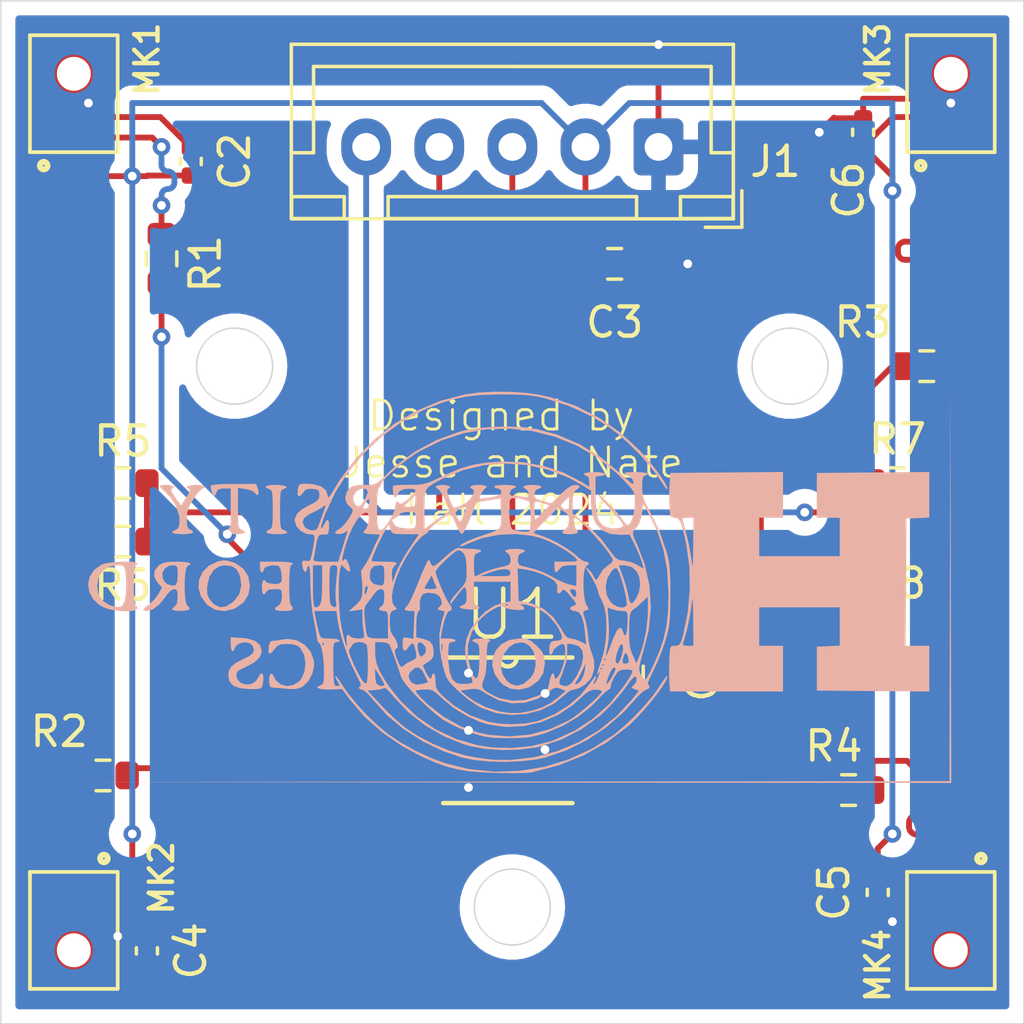
<source format=kicad_pcb>
(kicad_pcb (version 20240108) (generator "pcbnew") (generator_version "8.0")
  (layers (0 "F.Cu" signal) (31 "B.Cu" signal) (34 "B.Paste" user) (35 "F.Paste" user) (36 "B.SilkS" user "B.Silkscreen") (37 "F.SilkS" user "F.Silkscreen") (38 "B.Mask" user) (39 "F.Mask" user) (44 "Edge.Cuts" user))
  (net 0 "")
  (net 1 "Net-(J1-Pin_2)")
  (net 2 "Net-(J1-Pin_1)")
  (net 3 "Net-(J1-Pin_3)")
  (net 4 "Net-(J1-Pin_4)")
  (net 5 "Net-(J1-Pin_5)")
  (net 6 "Net-(MK1-CLK)")
  (net 7 "Net-(MK1-DATA)")
  (net 8 "Net-(MK2-DATA)")
  (net 9 "Net-(MK2-CLK)")
  (net 10 "Net-(MK3-CLK)")
  (net 11 "Net-(MK3-DATA)")
  (net 12 "Net-(MK4-DATA)")
  (net 13 "Net-(MK4-CLK)")
  (net 14 "Net-(U1-O0)")
  (net 15 "Net-(U1-O1)")
  (net 16 "Net-(U1-O2)")
  (net 17 "Net-(U1-O3)")
  (footprint "Resistor_SMD:R_0603_1608Metric" (layer "F.Cu") (at 178.175 64 180)
    (property "Reference" "R7")
    (property "Value" "100 ohms" (hide yes))
  )
  (footprint "Resistor_SMD:R_0603_1608Metric" (layer "F.Cu") (at 151.675 64)
    (property "Reference" "R5")
    (property "Value" "100 ohms" (hide yes))
  )
  (footprint "Connector_JST:JST_XH_B5B-XH-A_1x05_P2.50mm_Vertical" (layer "F.Cu") (at 170 52.5 180)
    (property "Reference" "J1")
    (property "Value" "Conn_01x05_Pin" (hide yes))
  )
  (footprint "Resistor_SMD:R_0603_1608Metric" (layer "F.Cu") (at 179.175 60)
    (property "Reference" "R3")
    (property "Value" "33 ohms" (hide yes))
  )
  (footprint "Resistor_SMD:R_0603_1608Metric" (layer "F.Cu") (at 178.175 66 180)
    (property "Reference" "R8")
    (property "Value" "100 ohms" (hide yes))
  )
  (footprint "Resistor_SMD:R_0603_1608Metric" (layer "F.Cu") (at 153 56.325 90)
    (property "Reference" "R1")
    (property "Value" "33 ohms" (hide yes))
  )
  (footprint "Capacitor_SMD:C_0402_1005Metric" (layer "F.Cu") (at 154 53 90)
    (property "Reference" "C2")
    (property "Value" "100nF" (hide yes))
  )
  (footprint "Resistor_SMD:R_0603_1608Metric" (layer "F.Cu") (at 168.5 56.5)
    (property "Reference" "C3")
    (property "Value" "1uF" (hide yes))
  )
  (footprint "IM69D120V01XTSA1:XDCR_IM69D120V01XTSA1" (layer "F.Cu") (at 180 79.3 -90)
    (property "Reference" "MK4")
    (property "Value" "IM69D120V01XTSA1" (hide yes))
  )
  (footprint "Capacitor_SMD:C_0402_1005Metric" (layer "F.Cu") (at 177 52 90)
    (property "Reference" "C6")
    (property "Value" "100nF" (hide yes))
  )
  (footprint "IM69D120V01XTSA1:XDCR_IM69D120V01XTSA1" (layer "F.Cu") (at 150 79.3 -90)
    (property "Reference" "MK2")
    (property "Value" "IM69D120V01XTSA1" (hide yes))
  )
  (footprint "IM69D120V01XTSA1:XDCR_IM69D120V01XTSA1" (layer "F.Cu") (at 180 50.68 90)
    (property "Reference" "MK3")
    (property "Value" "IM69D120V01XTSA1" (hide yes))
  )
  (footprint "Capacitor_SMD:C_0402_1005Metric" (layer "F.Cu") (at 177.5 78 -90)
    (property "Reference" "C5")
    (property "Value" "100nF" (hide yes))
  )
  (footprint "74LCX125MTCX:SOP65P640X120-14N" (layer "F.Cu") (at 164.8448 72.4558)
    (property "Reference" "U1")
    (property "Value" "74LCX125MTCX" (hide yes))
  )
  (footprint "Resistor_SMD:R_0603_1608Metric" (layer "F.Cu") (at 151.675 66)
    (property "Reference" "R6")
    (property "Value" "100 ohms" (hide yes))
  )
  (footprint "Resistor_SMD:R_0603_1608Metric" (layer "F.Cu") (at 151 74 180)
    (property "Reference" "R2")
    (property "Value" "33 ohms" (hide yes))
  )
  (footprint "Resistor_SMD:R_0603_1608Metric" (layer "F.Cu") (at 170 70.5 90)
    (property "Reference" "C1")
    (property "Value" "1uF" (hide yes))
  )
  (footprint "Capacitor_SMD:C_0402_1005Metric" (layer "F.Cu") (at 152.5 80 -90)
    (property "Reference" "C4")
    (property "Value" "100nF" (hide yes))
  )
  (footprint "Resistor_SMD:R_0603_1608Metric" (layer "F.Cu") (at 176.5 74.5)
    (property "Reference" "R4")
    (property "Value" "33 ohms" (hide yes))
  )
  (footprint "IM69D120V01XTSA1:XDCR_IM69D120V01XTSA1" (layer "F.Cu") (at 150 50.68 90)
    (property "Reference" "MK1")
    (property "Value" "IM69D120V01XTSA1" (hide yes))
  )
  (footprint "kicad libs:uhartacslogo3" (layer "B.Cu") (at 165 67.5 180)
    (property "Reference" "G***" (hide yes))
    (property "Value" "LOGO" (hide yes))
  )
  (gr_circle (center 165 78.5) (end 166.3 78.5) (stroke (width 0.05)) (fill none) (layer "Edge.Cuts"))
  (gr_line (start 182.5 82.5) (end 147.5 82.5) (stroke (width 0.05)) (layer "Edge.Cuts"))
  (gr_circle (center 174.5 60) (end 175.8 60) (stroke (width 0.05)) (fill none) (layer "Edge.Cuts"))
  (gr_line (start 150 47.5) (end 182.5 47.5) (stroke (width 0.05)) (layer "Edge.Cuts"))
  (gr_line (start 182.5 47.5) (end 182.5 82.5) (stroke (width 0.05)) (layer "Edge.Cuts"))
  (gr_line (start 147.5 82.5) (end 147.5 47.5) (stroke (width 0.05)) (layer "Edge.Cuts"))
  (gr_line (start 148 47.5) (end 150 47.5) (stroke (width 0.05)) (layer "Edge.Cuts"))
  (gr_circle (center 155.5 60) (end 156.8 60) (stroke (width 0.05)) (fill none) (layer "Edge.Cuts"))
  (gr_line (start 147.5 47.5) (end 148 47.5) (stroke (width 0.05)) (layer "Edge.Cuts"))
  (gr_text "Designed by \nJesse and Nate\nFall 2024" (at 165 65.5 0) (layer "F.SilkS") (effects (font (size 1 1) (thickness 0.1)) (justify bottom)))
  (segment (start 149.725 51.48) (end 150.017843 51.772843) (width 0.2) (layer "F.Cu") (net 1))
  (segment (start 152.5 53.5) (end 152.52 53.48) (width 0.2) (layer "F.Cu") (net 1))
  (segment (start 179.15 51.48) (end 178.02 51.48) (width 0.2) (layer "F.Cu") (net 1))
  (segment (start 177.5 76.5) (end 178 76) (width 0.2) (layer "F.Cu") (net 1))
  (segment (start 178 54) (end 178 53.5) (width 0.2) (layer "F.Cu") (net 1))
  (segment (start 178.02 51.48) (end 177 52.5) (width 0.2) (layer "F.Cu") (net 1))
  (segment (start 150.017843 52.482157) (end 151.035686 53.5) (width 0.2) (layer "F.Cu") (net 1))
  (segment (start 150.017843 51.772843) (end 150.017843 52.482157) (width 0.2) (layer "F.Cu") (net 1))
  (segment (start 149.15 51.48) (end 149.725 51.48) (width 0.2) (layer "F.Cu") (net 1))
  (segment (start 177.5 77.35) (end 177.5 76.5) (width 0.2) (layer "F.Cu") (net 1))
  (segment (start 179.15 78.5) (end 178.65 78.5) (width 0.2) (layer "F.Cu") (net 1))
  (segment (start 167.5 70.3104) (end 167.6896 70.5) (width 0.2) (layer "F.Cu") (net 1))
  (segment (start 170 69.675) (end 167.825 69.675) (width 0.2) (layer "F.Cu") (net 1))
  (segment (start 151.425 78.5) (end 150.85 78.5) (width 0.2) (layer "F.Cu") (net 1))
  (segment (start 167.675 56.5) (end 167.675 56.175) (width 0.2) (layer "F.Cu") (net 1))
  (segment (start 178 53.5) (end 177 52.5) (width 0.2) (layer "F.Cu") (net 1))
  (segment (start 151.035686 53.5) (end 152 53.5) (width 0.2) (layer "F.Cu") (net 1))
  (segment (start 167.5 56) (end 167.5 70) (width 0.2) (layer "F.Cu") (net 1))
  (segment (start 178.65 78.5) (end 177.5 77.35) (width 0.2) (layer "F.Cu") (net 1))
  (segment (start 150.85 78.5) (end 149.15 78.5) (width 0.2) (layer "F.Cu") (net 1))
  (segment (start 167.825 69.675) (end 167.5 70) (width 0.2) (layer "F.Cu") (net 1))
  (segment (start 150.85 78.5) (end 151.48 78.5) (width 0.2) (layer "F.Cu") (net 1))
  (segment (start 167.5 52.5) (end 167.5 56) (width 0.2) (layer "F.Cu") (net 1))
  (segment (start 152 53.5) (end 152.5 53.5) (width 0.2) (layer "F.Cu") (net 1))
  (segment (start 152.52 53.48) (end 154 53.48) (width 0.2) (layer "F.Cu") (net 1))
  (segment (start 167.5 70) (end 167.5 70.3104) (width 0.2) (layer "F.Cu") (net 1))
  (segment (start 167.675 56.175) (end 167.5 56) (width 0.2) (layer "F.Cu") (net 1))
  (segment (start 179.15 78.5) (end 180.85 78.5) (width 0.2) (layer "F.Cu") (net 1))
  (segment (start 152 77.925) (end 151.425 78.5) (width 0.2) (layer "F.Cu") (net 1))
  (segment (start 151.48 78.5) (end 152.5 79.52) (width 0.2) (layer "F.Cu") (net 1))
  (segment (start 152 76) (end 152 77.925) (width 0.2) (layer "F.Cu") (net 1))
  (via (at 178 54) (size 0.6) (drill 0.3) (layers "F.Cu" "B.Cu") (net 1))
  (via (at 152 53.5) (size 0.6) (drill 0.3) (layers "F.Cu" "B.Cu") (net 1))
  (via (at 152 76) (size 0.6) (drill 0.3) (layers "F.Cu" "B.Cu") (net 1))
  (via (at 178 76) (size 0.6) (drill 0.3) (layers "F.Cu" "B.Cu") (net 1))
  (segment (start 166 51) (end 152 51) (width 0.2) (layer "B.Cu") (net 1))
  (segment (start 169 51) (end 178 51) (width 0.2) (layer "B.Cu") (net 1))
  (segment (start 178 54) (end 178 76) (width 0.2) (layer "B.Cu") (net 1))
  (segment (start 167.5 52.5) (end 166 51) (width 0.2) (layer "B.Cu") (net 1))
  (segment (start 178 51) (end 178 54) (width 0.2) (layer "B.Cu") (net 1))
  (segment (start 152 51) (end 152 76) (width 0.2) (layer "B.Cu") (net 1))
  (segment (start 167.5 52.5) (end 169 51) (width 0.2) (layer "B.Cu") (net 1))
  (segment (start 178.02 79) (end 178 79) (width 0.2) (layer "F.Cu") (net 2))
  (segment (start 150.37 51) (end 150.5 51) (width 0.2) (layer "F.Cu") (net 2))
  (segment (start 176 51.5) (end 176.02 51.52) (width 0.2) (layer "F.Cu") (net 2))
  (segment (start 166.1162 73.1162) (end 167.6896 73.1162) (width 0.2) (layer "F.Cu") (net 2))
  (segment (start 151.5 79.48) (end 151.22 79.2) (width 0.2) (layer "F.Cu") (net 2))
  (segment (start 176.02 51.52) (end 177 51.52) (width 0.2) (layer "F.Cu") (net 2))
  (segment (start 175.5 52) (end 176 51.5) (width 0.2) (layer "F.Cu") (net 2))
  (segment (start 178 79) (end 178 78.98) (width 0.2) (layer "F.Cu") (net 2))
  (segment (start 163.5 72.4558) (end 162 72.4558) (width 0.2) (layer "F.Cu") (net 2))
  (segment (start 168.6008 71.1604) (end 168.7654 71.325) (width 0.2) (layer "F.Cu") (net 2))
  (segment (start 150.5 51.13) (end 150.85 51.48) (width 0.2) (layer "F.Cu") (net 2))
  (segment (start 178.22 79.2) (end 178.02 79) (width 0.2) (layer "F.Cu") (net 2))
  (segment (start 168.6008 71.1604) (end 167.6896 71.1604) (width 0.2) (layer "F.Cu") (net 2))
  (segment (start 177 50.853333) (end 179.853333 50.853333) (width 0.2) (layer "F.Cu") (net 2))
  (segment (start 151.22 79.2) (end 150 79.2) (width 0.2) (layer "F.Cu") (net 2))
  (segment (start 152.96 51.48) (end 150.85 51.48) (width 0.2) (layer "F.Cu") (net 2))
  (segment (start 152.5 80.48) (end 151.52 79.5) (width 0.2) (layer "F.Cu") (net 2))
  (segment (start 177 51.54) (end 177 50.853333) (width 0.2) (layer "F.Cu") (net 2))
  (segment (start 150 50.78) (end 150.15 50.78) (width 0.2) (layer "F.Cu") (net 2))
  (segment (start 180 79.2) (end 178.22 79.2) (width 0.2) (layer "F.Cu") (net 2))
  (segment (start 170 52.5) (end 170 49) (width 0.2) (layer "F.Cu") (net 2))
  (segment (start 150.5 51) (end 150.5 51.13) (width 0.2) (layer "F.Cu") (net 2))
  (segment (start 166.1222 71.1954) (end 166.2444 71.3176) (width 0.2) (layer "F.Cu") (net 2))
  (segment (start 180 50.78) (end 180.15 50.78) (width 0.2) (layer "F.Cu") (net 2))
  (segment (start 167.6896 71.3104) (end 167.6896 71.1604) (width 0.2) (layer "F.Cu") (net 2))
  (segment (start 163.5 74.4116) (end 162 74.4116) (width 0.2) (layer "F.Cu") (net 2))
  (segment (start 178 78.98) (end 177.5 78.48) (width 0.2) (layer "F.Cu") (net 2))
  (segment (start 167.6824 71.3176) (end 167.6896 71.3104) (width 0.2) (layer "F.Cu") (net 2))
  (segment (start 166.2444 71.3176) (end 167.6824 71.3176) (width 0.2) (layer "F.Cu") (net 2))
  (segment (start 179.853333 50.853333) (end 180 51) (width 0.2) (layer "F.Cu") (net 2))
  (segment (start 150.15 50.78) (end 150.37 51) (width 0.2) (layer "F.Cu") (net 2))
  (segment (start 180 51) (end 180 50.78) (width 0.2) (layer "F.Cu") (net 2))
  (segment (start 151.52 79.5) (end 151.5 79.5) (width 0.2) (layer "F.Cu") (net 2))
  (segment (start 151.5 79.5) (end 151.5 79.48) (width 0.2) (layer "F.Cu") (net 2))
  (segment (start 154 52.52) (end 152.96 51.48) (width 0.2) (layer "F.Cu") (net 2))
  (segment (start 180.15 50.78) (end 180.85 51.48) (width 0.2) (layer "F.Cu") (net 2))
  (segment (start 169.325 56.5) (end 171 56.5) (width 0.2) (layer "F.Cu") (net 2))
  (segment (start 163.5 70.5) (end 162 70.5) (width 0.2) (layer "F.Cu") (net 2))
  (segment (start 168.7654 71.325) (end 170 71.325) (width 0.2) (layer "F.Cu") (net 2))
  (via (at 151.5 79.5) (size 0.6) (drill 0.3) (layers "F.Cu" "B.Cu") (net 2))
  (via (at 163.5 74.4116) (size 0.6) (drill 0.3) (layers "F.Cu" "B.Cu") (net 2))
  (via (at 180 51) (size 0.6) (drill 0.3) (layers "F.Cu" "B.Cu") (net 2))
  (via (at 163.5 70.5) (size 0.6) (drill 0.3) (layers "F.Cu" "B.Cu") (net 2))
  (via (at 163.5 72.4558) (size 0.6) (drill 0.3) (layers "F.Cu" "B.Cu") (net 2))
  (via (at 166.1222 71.1954) (size 0.6) (drill 0.3) (layers "F.Cu" "B.Cu") (net 2))
  (via (at 170 49) (size 0.6) (drill 0.3) (layers "F.Cu" "B.Cu") (net 2))
  (via (at 178 79) (size 0.6) (drill 0.3) (layers "F.Cu" "B.Cu") (net 2))
  (via (at 175.5 52) (size 0.6) (drill 0.3) (layers "F.Cu" "B.Cu") (net 2))
  (via (at 150.5 51) (size 0.6) (drill 0.3) (layers "F.Cu" "B.Cu") (net 2))
  (via (at 171 56.5) (size 0.6) (drill 0.3) (layers "F.Cu" "B.Cu") (net 2))
  (via (at 166.1162 73.1162) (size 0.6) (drill 0.3) (layers "F.Cu" "B.Cu") (net 2))
  (segment (start 162 71.1604) (end 165 71.1604) (width 0.2) (layer "F.Cu") (net 3))
  (segment (start 165 73.5) (end 165.2512 73.7512) (width 0.2) (layer "F.Cu") (net 3))
  (segment (start 162 73.1162) (end 164.6162 73.1162) (width 0.2) (layer "F.Cu") (net 3))
  (segment (start 165.2954 71.7954) (end 165 71.5) (width 0.2) (layer "F.Cu") (net 3))
  (segment (start 164.6162 73.1162) (end 165 73.5) (width 0.2) (layer "F.Cu") (net 3))
  (segment (start 165 52.5) (end 165 71) (width 0.2) (layer "F.Cu") (net 3))
  (segment (start 165.2512 73.7512) (end 167.6896 73.7512) (width 0.2) (layer "F.Cu") (net 3))
  (segment (start 165 72) (end 165 73.5) (width 0.2) (layer "F.Cu") (net 3))
  (segment (start 167.6896 71.7954) (end 165.2954 71.7954) (width 0.2) (layer "F.Cu") (net 3))
  (segment (start 165 71) (end 165 72) (width 0.2) (layer "F.Cu") (net 3))
  (segment (start 162.86 58.121385) (end 162.5 58.121385) (width 0.2) (layer "F.Cu") (net 4))
  (segment (start 163.1 60.881385) (end 163.1 60.761385) (width 0.2) (layer "F.Cu") (net 4))
  (segment (start 152.5 65) (end 152.5 64) (width 0.2) (layer "F.Cu") (net 4))
  (segment (start 162.5 58.121385) (end 162.26 58.121385) (width 0.2) (layer "F.Cu") (net 4))
  (segment (start 162.26 62.921385) (end 162.14 62.921385) (width 0.2) (layer "F.Cu") (net 4))
  (segment (start 162.14 61.121385) (end 162.5 61.121385) (width 0.2) (layer "F.Cu") (net 4))
  (segment (start 162.5 61.121385) (end 162.86 61.121385) (width 0.2) (layer "F.Cu") (net 4))
  (segment (start 162.5 60.521385) (end 162.14 60.521385) (width 0.2) (layer "F.Cu") (net 4))
  (segment (start 161.9 61.481385) (end 161.9 61.361385) (width 0.2) (layer "F.Cu") (net 4))
  (segment (start 162.14 62.321385) (end 162.26 62.321385) (width 0.2) (layer "F.Cu") (net 4))
  (segment (start 162.26 62.321385) (end 162.5 62.321385) (width 0.2) (layer "F.Cu") (net 4))
  (segment (start 162.5 57.281385) (end 162.5 57.161385) (width 0.2) (layer "F.Cu") (net 4))
  (segment (start 152.5 65) (end 162.5 65) (width 0.2) (layer "F.Cu") (net 4))
  (segment (start 162.5 65) (end 162.5 63.161385) (width 0.2) (layer "F.Cu") (net 4))
  (segment (start 162.5 57.161385) (end 162.5 56.822771) (width 0.2) (layer "F.Cu") (net 4))
  (segment (start 162.5 61.721385) (end 162.14 61.721385) (width 0.2) (layer "F.Cu") (net 4))
  (segment (start 162.14 57.521385) (end 162.26 57.521385) (width 0.2) (layer "F.Cu") (net 4))
  (segment (start 152.5 66) (end 152.5 65) (width 0.2) (layer "F.Cu") (net 4))
  (segment (start 162.86 59.321385) (end 162.5 59.321385) (width 0.2) (layer "F.Cu") (net 4))
  (segment (start 161.9 59.081385) (end 161.9 58.961385) (width 0.2) (layer "F.Cu") (net 4))
  (segment (start 161.9 62.681385) (end 161.9 62.561385) (width 0.2) (layer "F.Cu") (net 4))
  (segment (start 163.1 59.681385) (end 163.1 59.561385) (width 0.2) (layer "F.Cu") (net 4))
  (segment (start 161.9 57.881385) (end 161.9 57.761385) (width 0.2) (layer "F.Cu") (net 4))
  (segment (start 162.5 59.321385) (end 162.14 59.321385) (width 0.2) (layer "F.Cu") (net 4))
  (segment (start 162.26 58.121385) (end 162.14 58.121385) (width 0.2) (layer "F.Cu") (net 4))
  (segment (start 162.14 58.721385) (end 162.5 58.721385) (width 0.2) (layer "F.Cu") (net 4))
  (segment (start 163.1 62.081385) (end 163.1 61.961385) (width 0.2) (layer "F.Cu") (net 4))
  (segment (start 162.86 61.721385) (end 162.5 61.721385) (width 0.2) (layer "F.Cu") (net 4))
  (segment (start 162.5 58.721385) (end 162.86 58.721385) (width 0.2) (layer "F.Cu") (net 4))
  (segment (start 162.5 62.321385) (end 162.86 62.321385) (width 0.2) (layer "F.Cu") (net 4))
  (segment (start 161.9 60.281385) (end 161.9 60.161385) (width 0.2) (layer "F.Cu") (net 4))
  (segment (start 162.5 56.822771) (end 162.5 52.5) (width 0.2) (layer "F.Cu") (net 4))
  (segment (start 163.1 58.481385) (end 163.1 58.361385) (width 0.2) (layer "F.Cu") (net 4))
  (segment (start 162.86 60.521385) (end 162.5 60.521385) (width 0.2) (layer "F.Cu") (net 4))
  (segment (start 162.14 59.921385) (end 162.5 59.921385) (width 0.2) (layer "F.Cu") (net 4))
  (segment (start 162.5 59.921385) (end 162.86 59.921385) (width 0.2) (layer "F.Cu") (net 4))
  (arc (start 163.1 60.761385) (mid 163.029706 60.591679) (end 162.86 60.521385) (width 0.2) (layer "F.Cu") (net 4))
  (arc (start 162.86 62.321385) (mid 163.029706 62.251091) (end 163.1 62.081385) (width 0.2) (layer "F.Cu") (net 4))
  (arc (start 161.9 60.161385) (mid 161.970294 59.991679) (end 162.14 59.921385) (width 0.2) (layer "F.Cu") (net 4))
  (arc (start 162.86 58.721385) (mid 163.029706 58.651091) (end 163.1 58.481385) (width 0.2) (layer "F.Cu") (net 4))
  (arc (start 162.14 61.721385) (mid 161.970294 61.651091) (end 161.9 61.481385) (width 0.2) (layer "F.Cu") (net 4))
  (arc (start 163.1 61.961385) (mid 163.029706 61.791679) (end 162.86 61.721385) (width 0.2) (layer "F.Cu") (net 4))
  (arc (start 163.1 58.361385) (mid 163.029706 58.191679) (end 162.86 58.121385) (width 0.2) (layer "F.Cu") (net 4))
  (arc (start 162.26 57.521385) (mid 162.429706 57.451091) (end 162.5 57.281385) (width 0.2) (layer "F.Cu") (net 4))
  (arc (start 162.14 58.121385) (mid 161.970294 58.051091) (end 161.9 57.881385) (width 0.2) (layer "F.Cu") (net 4))
  (arc (start 161.9 58.961385) (mid 161.970294 58.791679) (end 162.14 58.721385) (width 0.2) (layer "F.Cu") (net 4))
  (arc (start 162.14 60.521385) (mid 161.970294 60.451091) (end 161.9 60.281385) (width 0.2) (layer "F.Cu") (net 4))
  (arc (start 161.9 61.361385) (mid 161.970294 61.191679) (end 162.14 61.121385) (width 0.2) (layer "F.Cu") (net 4))
  (arc (start 161.9 62.561385) (mid 161.970294 62.391679) (end 162.14 62.321385) (width 0.2) (layer "F.Cu") (net 4))
  (arc (start 162.5 63.161385) (mid 162.429706 62.991679) (end 162.26 62.921385) (width 0.2) (layer "F.Cu") (net 4))
  (arc (start 162.86 61.121385) (mid 163.029706 61.051091) (end 163.1 60.881385) (width 0.2) (layer "F.Cu") (net 4))
  (arc (start 162.86 59.921385) (mid 163.029706 59.851091) (end 163.1 59.681385) (width 0.2) (layer "F.Cu") (net 4))
  (arc (start 162.14 62.921385) (mid 161.970294 62.851091) (end 161.9 62.681385) (width 0.2) (layer "F.Cu") (net 4))
  (arc (start 163.1 59.561385) (mid 163.029706 59.391679) (end 162.86 59.321385) (width 0.2) (layer "F.Cu") (net 4))
  (arc (start 161.9 57.761385) (mid 161.970294 57.591679) (end 162.14 57.521385) (width 0.2) (layer "F.Cu") (net 4))
  (arc (start 162.14 59.321385) (mid 161.970294 59.251091) (end 161.9 59.081385) (width 0.2) (layer "F.Cu") (net 4))
  (segment (start 177.35 65) (end 177.35 66) (width 0.2) (layer "F.Cu") (net 5))
  (segment (start 177.35 65) (end 175 65) (width 0.2) (layer "F.Cu") (net 5))
  (segment (start 177.35 64) (end 177.35 65) (width 0.2) (layer "F.Cu") (net 5))
  (via (at 175 65) (size 0.6) (drill 0.3) (layers "F.Cu" "B.Cu") (net 5))
  (segment (start 160.5 65) (end 160 64.5) (width 0.2) (layer "B.Cu") (net 5))
  (segment (start 160 64.5) (end 160 52.5) (width 0.2) (layer "B.Cu") (net 5))
  (segment (start 175 65) (end 160.5 65) (width 0.2) (layer "B.Cu") (net 5))
  (segment (start 152.68 52.18) (end 153 52.5) (width 0.2) (layer "F.Cu") (net 6))
  (segment (start 153 54.5) (end 153 55.5) (width 0.2) (layer "F.Cu") (net 6))
  (segment (start 150.85 52.18) (end 152.68 52.18) (width 0.2) (layer "F.Cu") (net 6))
  (via (at 153 52.5) (size 0.6) (drill 0.3) (layers "F.Cu" "B.Cu") (net 6))
  (via (at 153 54.5) (size 0.6) (drill 0.3) (layers "F.Cu" "B.Cu") (net 6))
  (segment (start 153.44 53.559435) (end 153.44 53.719435) (width 0.2) (layer "B.Cu") (net 6))
  (segment (start 153 52.5) (end 153 53.119435) (width 0.2) (layer "B.Cu") (net 6))
  (segment (start 153 54.319435) (end 153 54.5) (width 0.2) (layer "B.Cu") (net 6))
  (segment (start 153 54.159435) (end 153 54.319435) (width 0.2) (layer "B.Cu") (net 6))
  (arc (start 153.22 53.939435) (mid 153.064437 54.003872) (end 153 54.159435) (width 0.2) (layer "B.Cu") (net 6))
  (arc (start 153 53.119435) (mid 153.064437 53.274998) (end 153.22 53.339435) (width 0.2) (layer "B.Cu") (net 6))
  (arc (start 153.22 53.339435) (mid 153.375563 53.403872) (end 153.44 53.559435) (width 0.2) (layer "B.Cu") (net 6))
  (arc (start 153.44 53.719435) (mid 153.375563 53.874998) (end 153.22 53.939435) (width 0.2) (layer "B.Cu") (net 6))
  (segment (start 149.15 63.65) (end 149.15 52.18) (width 0.2) (layer "F.Cu") (net 7))
  (segment (start 149.5 64) (end 149.15 63.65) (width 0.2) (layer "F.Cu") (net 7))
  (segment (start 150.85 64) (end 149.5 64) (width 0.2) (layer "F.Cu") (net 7))
  (segment (start 150.85 68.216111) (end 150.85 66) (width 0.2) (layer "F.Cu") (net 8))
  (segment (start 150.09 69.07993) (end 150.61 69.07993) (width 0.2) (layer "F.Cu") (net 8))
  (segment (start 149.85 69.43993) (end 149.85 69.31993) (width 0.2) (layer "F.Cu") (net 8))
  (segment (start 150.85 77.8) (end 150.85 69.91993) (width 0.2) (layer "F.Cu") (net 8))
  (segment (start 150.85 68.71993) (end 150.85 68.216111) (width 0.2) (layer "F.Cu") (net 8))
  (segment (start 150.85 68.83993) (end 150.85 68.71993) (width 0.2) (layer "F.Cu") (net 8))
  (segment (start 150.61 69.67993) (end 150.09 69.67993) (width 0.2) (layer "F.Cu") (net 8))
  (arc (start 150.61 69.07993) (mid 150.779706 69.009636) (end 150.85 68.83993) (width 0.2) (layer "F.Cu") (net 8))
  (arc (start 149.85 69.31993) (mid 149.920294 69.150224) (end 150.09 69.07993) (width 0.2) (layer "F.Cu") (net 8))
  (arc (start 150.09 69.67993) (mid 149.920294 69.609636) (end 149.85 69.43993) (width 0.2) (layer "F.Cu") (net 8))
  (arc (start 150.85 69.91993) (mid 150.779706 69.750224) (end 150.61 69.67993) (width 0.2) (layer "F.Cu") (net 8))
  (segment (start 150.01 76.68) (end 150.01 76.8) (width 0.2) (layer "F.Cu") (net 9))
  (segment (start 149.77 77.04) (end 149.39 77.04) (width 0.2) (layer "F.Cu") (net 9))
  (segment (start 149.15 77.28) (end 149.15 77.4) (width 0.2) (layer "F.Cu") (net 9))
  (segment (start 149.39 75.84) (end 149.15 75.84) (width 0.2) (layer "F.Cu") (net 9))
  (segment (start 149.61027 74) (end 149.15 74.46027) (width 0.2) (layer "F.Cu") (net 9))
  (segment (start 148.53 76.44) (end 149.15 76.44) (width 0.2) (layer "F.Cu") (net 9))
  (segment (start 149.39 76.44) (end 149.77 76.44) (width 0.2) (layer "F.Cu") (net 9))
  (segment (start 149.15 74.46027) (end 149.15 75) (width 0.2) (layer "F.Cu") (net 9))
  (segment (start 149.15 75.84) (end 148.53 75.84) (width 0.2) (layer "F.Cu") (net 9))
  (segment (start 149.15 76.44) (end 149.39 76.44) (width 0.2) (layer "F.Cu") (net 9))
  (segment (start 150.175 74) (end 149.61027 74) (width 0.2) (layer "F.Cu") (net 9))
  (segment (start 148.29 76.08) (end 148.29 76.2) (width 0.2) (layer "F.Cu") (net 9))
  (segment (start 149.15 77.4) (end 149.15 77.8) (width 0.2) (layer "F.Cu") (net 9))
  (segment (start 149.39 75.24) (end 149.77 75.24) (width 0.2) (layer "F.Cu") (net 9))
  (segment (start 149.77 75.84) (end 149.39 75.84) (width 0.2) (layer "F.Cu") (net 9))
  (segment (start 150.01 75.48) (end 150.01 75.6) (width 0.2) (layer "F.Cu") (net 9))
  (arc (start 149.77 75.24) (mid 149.939706 75.310294) (end 150.01 75.48) (width 0.2) (layer "F.Cu") (net 9))
  (arc (start 150.01 75.6) (mid 149.939706 75.769706) (end 149.77 75.84) (width 0.2) (layer "F.Cu") (net 9))
  (arc (start 149.77 76.44) (mid 149.939706 76.510294) (end 150.01 76.68) (width 0.2) (layer "F.Cu") (net 9))
  (arc (start 148.29 76.2) (mid 148.360294 76.369706) (end 148.53 76.44) (width 0.2) (layer "F.Cu") (net 9))
  (arc (start 149.15 75) (mid 149.220294 75.169706) (end 149.39 75.24) (width 0.2) (layer "F.Cu") (net 9))
  (arc (start 150.01 76.8) (mid 149.939706 76.969706) (end 149.77 77.04) (width 0.2) (layer "F.Cu") (net 9))
  (arc (start 149.39 77.04) (mid 149.220294 77.110294) (end 149.15 77.28) (width 0.2) (layer "F.Cu") (net 9))
  (arc (start 148.53 75.84) (mid 148.360294 75.910294) (end 148.29 76.08) (width 0.2) (layer "F.Cu") (net 9))
  (segment (start 181 60) (end 180 60) (width 0.2) (layer "F.Cu") (net 10))
  (segment (start 180.85 52.18) (end 181 52.33) (width 0.2) (layer "F.Cu") (net 10))
  (segment (start 181 52.33) (end 181 60) (width 0.2) (layer "F.Cu") (net 10))
  (segment (start 179.15 55.295277) (end 179.15 52.18) (width 0.2) (layer "F.Cu") (net 11))
  (segment (start 179.15 63.85) (end 179.15 56.609652) (width 0.2) (layer "F.Cu") (net 11))
  (segment (start 179.15 55.369652) (end 179.15 55.295277) (width 0.2) (layer "F.Cu") (net 11))
  (segment (start 178.902 56.361652) (end 178.438 56.361652) (width 0.2) (layer "F.Cu") (net 11))
  (segment (start 178.438 55.741652) (end 178.902 55.741652) (width 0.2) (layer "F.Cu") (net 11))
  (segment (start 179.15 55.493652) (end 179.15 55.369652) (width 0.2) (layer "F.Cu") (net 11))
  (segment (start 179 64) (end 179.15 63.85) (width 0.2) (layer "F.Cu") (net 11))
  (segment (start 178.19 56.113652) (end 178.19 55.989652) (width 0.2) (layer "F.Cu") (net 11))
  (arc (start 178.438 56.361652) (mid 178.262638 56.289014) (end 178.19 56.113652) (width 0.2) (layer "F.Cu") (net 11))
  (arc (start 178.902 55.741652) (mid 179.077362 55.669014) (end 179.15 55.493652) (width 0.2) (layer "F.Cu") (net 11))
  (arc (start 178.19 55.989652) (mid 178.262638 55.81429) (end 178.438 55.741652) (width 0.2) (layer "F.Cu") (net 11))
  (arc (start 179.15 56.609652) (mid 179.077362 56.43429) (end 178.902 56.361652) (width 0.2) (layer "F.Cu") (net 11))
  (segment (start 180.85 70.200555) (end 180.85 70.320555) (width 0.2) (layer "F.Cu") (net 12))
  (segment (start 181.44 69.600555) (end 181.44 69.720555) (width 0.2) (layer "F.Cu") (net 12))
  (segment (start 180.85 70.320555) (end 180.85 70.337569) (width 0.2) (layer "F.Cu") (net 12))
  (segment (start 181.09 69.360555) (end 181.2 69.360555) (width 0.2) (layer "F.Cu") (net 12))
  (segment (start 180.85 67.85) (end 180.85 69.120555) (width 0.2) (layer "F.Cu") (net 12))
  (segment (start 181.2 69.960555) (end 181.09 69.960555) (width 0.2) (layer "F.Cu") (net 12))
  (segment (start 180.85 70.337569) (end 180.85 77.8) (width 0.2) (layer "F.Cu") (net 12))
  (segment (start 179 66) (end 180.85 67.85) (width 0.2) (layer "F.Cu") (net 12))
  (arc (start 181.44 69.720555) (mid 181.369706 69.890261) (end 181.2 69.960555) (width 0.2) (layer "F.Cu") (net 12))
  (arc (start 180.85 69.120555) (mid 180.920294 69.290261) (end 181.09 69.360555) (width 0.2) (layer "F.Cu") (net 12))
  (arc (start 181.09 69.960555) (mid 180.920294 70.030849) (end 180.85 70.200555) (width 0.2) (layer "F.Cu") (net 12))
  (arc (start 181.2 69.360555) (mid 181.369706 69.430849) (end 181.44 69.600555) (width 0.2) (layer "F.Cu") (net 12))
  (segment (start 179.15 76.664796) (end 179.15 77.8) (width 0.2) (layer "F.Cu") (net 13))
  (segment (start 177.325 74.5) (end 177.325 73.5) (width 0.2) (layer "F.Cu") (net 13))
  (segment (start 178.57 75.620979) (end 178.57 75.754979) (width 0.2) (layer "F.Cu") (net 13))
  (segment (start 179.418 74.682979) (end 179.712 74.682979) (width 0.2) (layer "F.Cu") (net 13))
  (segment (start 177.325 74.5) (end 177.5 74.5) (width 0.2) (layer "F.Cu") (net 13))
  (segment (start 179.15 74.15) (end 179.15 74.414979) (width 0.2) (layer "F.Cu") (net 13))
  (segment (start 179.15 76.290979) (end 179.15 76.424979) (width 0.2) (layer "F.Cu") (net 13))
  (segment (start 178.838 76.022979) (end 178.882 76.022979) (width 0.2) (layer "F.Cu") (net 13))
  (segment (start 179.712 75.352979) (end 179.418 75.352979) (width 0.2) (layer "F.Cu") (net 13))
  (segment (start 179.418 75.352979) (end 178.838 75.352979) (width 0.2) (layer "F.Cu") (net 13))
  (segment (start 179.98 74.950979) (end 179.98 75.084979) (width 0.2) (layer "F.Cu") (net 13))
  (segment (start 177.325 73.5) (end 178.5 73.5) (width 0.2) (layer "F.Cu") (net 13))
  (segment (start 178.5 73.5) (end 179.15 74.15) (width 0.2) (layer "F.Cu") (net 13))
  (segment (start 179.15 76.424979) (end 179.15 76.664796) (width 0.2) (layer "F.Cu") (net 13))
  (arc (start 179.712 74.682979) (mid 179.901505 74.761474) (end 179.98 74.950979) (width 0.2) (layer "F.Cu") (net 13))
  (arc (start 179.98 75.084979) (mid 179.901505 75.274484) (end 179.712 75.352979) (width 0.2) (layer "F.Cu") (net 13))
  (arc (start 179.15 74.414979) (mid 179.228495 74.604484) (end 179.418 74.682979) (width 0.2) (layer "F.Cu") (net 13))
  (arc (start 178.882 76.022979) (mid 179.071505 76.101474) (end 179.15 76.290979) (width 0.2) (layer "F.Cu") (net 13))
  (arc (start 178.838 75.352979) (mid 178.648495 75.431474) (end 178.57 75.620979) (width 0.2) (layer "F.Cu") (net 13))
  (arc (start 178.57 75.754979) (mid 178.648495 75.944484) (end 178.838 76.022979) (width 0.2) (layer "F.Cu") (net 13))
  (segment (start 157.386882 68.024168) (end 157.542445 67.868604) (width 0.2) (layer "F.Cu") (net 14))
  (segment (start 157.287886 67.345345) (end 157.153535 67.479695) (width 0.2) (layer "F.Cu") (net 14))
  (segment (start 157.620229 68.568642) (end 157.485879 68.702993) (width 0.2) (layer "F.Cu") (net 14))
  (segment (start 156.651032 67.288318) (end 155.25 65.887286) (width 0.2) (layer "F.Cu") (net 14))
  (segment (start 153 59) (end 153 57.15) (width 0.2) (layer "F.Cu") (net 14))
  (segment (start 157.542445 67.868604) (end 157.676795 67.734254) (width 0.2) (layer "F.Cu") (net 14))
  (segment (start 157.231319 68.179732) (end 157.386882 68.024169) (width 0.2) (layer "F.Cu") (net 14))
  (segment (start 162 71.7954) (end 161.158114 71.7954) (width 0.2) (layer "F.Cu") (net 14))
  (segment (start 157.676795 67.423127) (end 157.599013 67.345345) (width 0.2) (layer "F.Cu") (net 14))
  (segment (start 156.764628 67.401914) (end 156.651032 67.288318) (width 0.2) (layer "F.Cu") (net 14))
  (segment (start 155.25 65.887286) (end 155.25 65.75) (width 0.2) (layer "F.Cu") (net 14))
  (segment (start 157.386882 68.024169) (end 157.386882 68.024168) (width 0.2) (layer "F.Cu") (net 14))
  (segment (start 157.09697 68.314084) (end 157.231319 68.179732) (width 0.2) (layer "F.Cu") (net 14))
  (segment (start 156.842408 67.479695) (end 156.764628 67.401914) (width 0.2) (layer "F.Cu") (net 14))
  (segment (start 161.158114 71.7954) (end 157.931357 68.568643) (width 0.2) (layer "F.Cu") (net 14))
  (segment (start 157.174751 68.702992) (end 157.096969 68.62521) (width 0.2) (layer "F.Cu") (net 14))
  (via (at 155.25 65.75) (size 0.6) (drill 0.3) (layers "F.Cu" "B.Cu") (net 14))
  (via (at 153 59) (size 0.6) (drill 0.3) (layers "F.Cu" "B.Cu") (net 14))
  (arc (start 157.931357 68.568643) (mid 157.775794 68.504206) (end 157.620229 68.568642) (width 0.2) (layer "F.Cu") (net 14))
  (arc (start 157.676795 67.734254) (mid 157.741232 67.57869) (end 157.676795 67.423127) (width 0.2) (layer "F.Cu") (net 14))
  (arc (start 157.096969 68.62521) (mid 157.032532 68.469647) (end 157.09697 68.314084) (width 0.2) (layer "F.Cu") (net 14))
  (arc (start 157.153535 67.479695) (mid 156.997971 67.544132) (end 156.842408 67.479695) (width 0.2) (layer "F.Cu") (net 14))
  (arc (start 157.599013 67.345345) (mid 157.44345 67.280908) (end 157.287886 67.345345) (width 0.2) (layer "F.Cu") (net 14))
  (arc (start 157.485879 68.702993) (mid 157.330314 68.767429) (end 157.174751 68.702992) (width 0.2) (layer "F.Cu") (net 14))
  (segment (start 155.25 65.75) (end 153 63.5) (width 0.2) (layer "B.Cu") (net 14))
  (segment (start 153 63.5) (end 153 59) (width 0.2) (layer "B.Cu") (net 14))
  (segment (start 156.34 73.7512) (end 156.34 74.6112) (width 0.2) (layer "F.Cu") (net 15))
  (segment (start 159.94 72.8912) (end 159.94 73.5112) (width 0.2) (layer "F.Cu") (net 15))
  (segment (start 155.74 73.5112) (end 155.74 72.8912) (width 0.2) (layer "F.Cu") (net 15))
  (segment (start 158.74 72.8912) (end 158.74 73.7512) (width 0.2) (layer "F.Cu") (net 15))
  (segment (start 156.34 73.5112) (end 156.34 73.7512) (width 0.2) (layer "F.Cu") (net 15))
  (segment (start 158.98 74.8512) (end 159.1 74.8512) (width 0.2) (layer "F.Cu") (net 15))
  (segment (start 157.78 74.8512) (end 157.9 74.8512) (width 0.2) (layer "F.Cu") (net 15))
  (segment (start 159.34 73.7512) (end 159.34 73.5112) (width 0.2) (layer "F.Cu") (net 15))
  (segment (start 157.18 72.6512) (end 157.3 72.6512) (width 0.2) (layer "F.Cu") (net 15))
  (segment (start 155.98 72.6512) (end 156.1 72.6512) (width 0.2) (layer "F.Cu") (net 15))
  (segment (start 156.94 73.7512) (end 156.94 72.8912) (width 0.2) (layer "F.Cu") (net 15))
  (segment (start 152.0738 73.7512) (end 155.5 73.7512) (width 0.2) (layer "F.Cu") (net 15))
  (segment (start 159.58 72.6512) (end 159.7 72.6512) (width 0.2) (layer "F.Cu") (net 15))
  (segment (start 160.3 73.7512) (end 161.13132 73.7512) (width 0.2) (layer "F.Cu") (net 15))
  (segment (start 158.14 74.6112) (end 158.14 73.7512) (width 0.2) (layer "F.Cu") (net 15))
  (segment (start 151.825 74) (end 152.0738 73.7512) (width 0.2) (layer "F.Cu") (net 15))
  (segment (start 157.54 72.8912) (end 157.54 73.7512) (width 0.2) (layer "F.Cu") (net 15))
  (segment (start 161.13132 73.7512) (end 162 73.7512) (width 0.2) (layer "F.Cu") (net 15))
  (segment (start 156.58 74.8512) (end 156.7 74.8512) (width 0.2) (layer "F.Cu") (net 15))
  (segment (start 158.38 72.6512) (end 158.5 72.6512) (width 0.2) (layer "F.Cu") (net 15))
  (segment (start 157.54 73.7512) (end 157.54 74.6112) (width 0.2) (layer "F.Cu") (net 15))
  (segment (start 158.74 73.7512) (end 158.74 74.6112) (width 0.2) (layer "F.Cu") (net 15))
  (segment (start 156.94 74.6112) (end 156.94 73.7512) (width 0.2) (layer "F.Cu") (net 15))
  (segment (start 158.14 73.7512) (end 158.14 72.8912) (width 0.2) (layer "F.Cu") (net 15))
  (segment (start 156.34 72.8912) (end 156.34 73.5112) (width 0.2) (layer "F.Cu") (net 15))
  (segment (start 159.34 73.5112) (end 159.34 72.8912) (width 0.2) (layer "F.Cu") (net 15))
  (segment (start 160.18 73.7512) (end 160.3 73.7512) (width 0.2) (layer "F.Cu") (net 15))
  (segment (start 159.34 74.6112) (end 159.34 73.7512) (width 0.2) (layer "F.Cu") (net 15))
  (arc (start 157.3 72.6512) (mid 157.469706 72.721494) (end 157.54 72.8912) (width 0.2) (layer "F.Cu") (net 15))
  (arc (start 159.1 74.8512) (mid 159.269706 74.780906) (end 159.34 74.6112) (width 0.2) (layer "F.Cu") (net 15))
  (arc (start 155.5 73.7512) (mid 155.669706 73.680906) (end 155.74 73.5112) (width 0.2) (layer "F.Cu") (net 15))
  (arc (start 156.1 72.6512) (mid 156.269706 72.721494) (end 156.34 72.8912) (width 0.2) (layer "F.Cu") (net 15))
  (arc (start 156.34 74.6112) (mid 156.410294 74.780906) (end 156.58 74.8512) (width 0.2) (layer "F.Cu") (net 15))
  (arc (start 157.54 74.6112) (mid 157.610294 74.780906) (end 157.78 74.8512) (width 0.2) (layer "F.Cu") (net 15))
  (arc (start 158.14 72.8912) (mid 158.210294 72.721494) (end 158.38 72.6512) (width 0.2) (layer "F.Cu") (net 15))
  (arc (start 157.9 74.8512) (mid 158.069706 74.780906) (end 158.14 74.6112) (width 0.2) (layer "F.Cu") (net 15))
  (arc (start 159.7 72.6512) (mid 159.869706 72.721494) (end 159.94 72.8912) (width 0.2) (layer "F.Cu") (net 15))
  (arc (start 158.74 74.6112) (mid 158.810294 74.780906) (end 158.98 74.8512) (width 0.2) (layer "F.Cu") (net 15))
  (arc (start 159.94 73.5112) (mid 160.010294 73.680906) (end 160.18 73.7512) (width 0.2) (layer "F.Cu") (net 15))
  (arc (start 159.34 72.8912) (mid 159.410294 72.721494) (end 159.58 72.6512) (width 0.2) (layer "F.Cu") (net 15))
  (arc (start 155.74 72.8912) (mid 155.810294 72.721494) (end 155.98 72.6512) (width 0.2) (layer "F.Cu") (net 15))
  (arc (start 156.7 74.8512) (mid 156.869706 74.780906) (end 156.94 74.6112) (width 0.2) (layer "F.Cu") (net 15))
  (arc (start 156.94 72.8912) (mid 157.010294 72.721494) (end 157.18 72.6512) (width 0.2) (layer "F.Cu") (net 15))
  (arc (start 158.5 72.6512) (mid 158.669706 72.721494) (end 158.74 72.8912) (width 0.2) (layer "F.Cu") (net 15))
  (segment (start 173.5 64.5) (end 173.5 67.5) (width 0.2) (layer "F.Cu") (net 16))
  (segment (start 171.78 71.7058) (end 171.7 71.7058) (width 0.2) (layer "F.Cu") (net 16))
  (segment (start 173.0442 72.4558) (end 172.5 72.4558) (width 0.2) (layer "F.Cu") (net 16))
  (segment (start 171.14 73.0458) (end 171.14 72.6158) (width 0.2) (layer "F.Cu") (net 16))
  (segment (start 173.5 67.5) (end 173.5 70.5) (width 0.2) (layer "F.Cu") (net 16))
  (segment (start 173.5 72) (end 173.0442 72.4558) (width 0.2) (layer "F.Cu") (net 16))
  (segment (start 171.54 72.6158) (end 171.54 73.0458) (width 0.2) (layer "F.Cu") (net 16))
  (segment (start 171.94 72.6158) (end 171.94 72.4558) (width 0.2) (layer "F.Cu") (net 16))
  (segment (start 170.98 72.4558) (end 170.9 72.4558) (width 0.2) (layer "F.Cu") (net 16))
  (segment (start 172.34 72.6158) (end 172.34 72.9458) (width 0.2) (layer "F.Cu") (net 16))
  (segment (start 173.5 70.5) (end 173.5 72) (width 0.2) (layer "F.Cu") (net 16))
  (segment (start 178.35 60) (end 178 60) (width 0.2) (layer "F.Cu") (net 16))
  (segment (start 171.38 73.2058) (end 171.3 73.2058) (width 0.2) (layer "F.Cu") (net 16))
  (segment (start 171.54 72.4558) (end 171.54 72.6158) (width 0.2) (layer "F.Cu") (net 16))
  (segment (start 178 60) (end 173.5 64.5) (width 0.2) (layer "F.Cu") (net 16))
  (segment (start 171.94 72.9458) (end 171.94 72.6158) (width 0.2) (layer "F.Cu") (net 16))
  (segment (start 171.94 72.4558) (end 171.94 71.8658) (width 0.2) (layer "F.Cu") (net 16))
  (segment (start 170.5 72.4558) (end 167.6896 72.4558) (width 0.2) (layer "F.Cu") (net 16))
  (segment (start 172.18 73.1058) (end 172.1 73.1058) (width 0.2) (layer "F.Cu") (net 16))
  (segment (start 170.9 72.4558) (end 170.5 72.4558) (width 0.2) (layer "F.Cu") (net 16))
  (segment (start 171.54 71.8658) (end 171.54 72.4558) (width 0.2) (layer "F.Cu") (net 16))
  (arc (start 171.14 72.6158) (mid 171.093137 72.502663) (end 170.98 72.4558) (width 0.2) (layer "F.Cu") (net 16))
  (arc (start 172.5 72.4558) (mid 172.386863 72.502663) (end 172.34 72.6158) (width 0.2) (layer "F.Cu") (net 16))
  (arc (start 172.34 72.9458) (mid 172.293137 73.058937) (end 172.18 73.1058) (width 0.2) (layer "F.Cu") (net 16))
  (arc (start 171.94 71.8658) (mid 171.893137 71.752663) (end 171.78 71.7058) (width 0.2) (layer "F.Cu") (net 16))
  (arc (start 172.1 73.1058) (mid 171.986863 73.058937) (end 171.94 72.9458) (width 0.2) (layer "F.Cu") (net 16))
  (arc (start 171.7 71.7058) (mid 171.586863 71.752663) (end 171.54 71.8658) (width 0.2) (layer "F.Cu") (net 16))
  (arc (start 171.54 73.0458) (mid 171.493137 73.158937) (end 171.38 73.2058) (width 0.2) (layer "F.Cu") (net 16))
  (arc (start 171.3 73.2058) (mid 171.186863 73.158937) (end 171.14 73.0458) (width 0.2) (layer "F.Cu") (net 16))
  (segment (start 171.552 74.5) (end 171.552 73.732) (width 0.2) (layer "F.Cu") (net 17))
  (segment (start 169.812 73.732) (end 169.812 74.268) (width 0.2) (layer "F.Cu") (net 17))
  (segment (start 173.292 74.5) (end 173.292 75.268) (width 0.2) (layer "F.Cu") (net 17))
  (segment (start 167.778 74.5) (end 169 74.5) (width 0.2) (layer "F.Cu") (net 17))
  (segment (start 172.132 74.5) (end 172.132 75.268) (width 0.2) (layer "F.Cu") (net 17))
  (segment (start 172.364 75.5) (end 172.48 75.5) (width 0.2) (layer "F.Cu") (net 17))
  (segment (start 171.552 75.268) (end 171.552 74.5) (width 0.2) (layer "F.Cu") (net 17))
  (segment (start 173.524 75.5) (end 173.64 75.5) (width 0.2) (layer "F.Cu") (net 17))
  (segment (start 174.452 73.732) (end 174.452 74.268) (width 0.2) (layer "F.Cu") (net 17))
  (segment (start 170.044 75.5) (end 170.16 75.5) (width 0.2) (layer "F.Cu") (net 17))
  (segment (start 171.204 75.5) (end 171.32 75.5) (width 0.2) (layer "F.Cu") (net 17))
  (segment (start 169.812 74.5) (end 169.812 75.268) (width 0.2) (layer "F.Cu") (net 17))
  (segment (start 170.392 75.268) (end 170.392 74.5) (width 0.2) (layer "F.Cu") (net 17))
  (segment (start 174.8 74.5) (end 175.224103 74.5) (width 0.2) (layer "F.Cu") (net 17))
  (segment (start 169.232 74.268) (end 169.232 73.732) (width 0.2) (layer "F.Cu") (net 17))
  (segment (start 170.972 74.5) (end 170.972 75.268) (width 0.2) (layer "F.Cu") (net 17))
  (segment (start 174.684 74.5) (end 174.8 74.5) (width 0.2) (layer "F.Cu") (net 17))
  (segment (start 175.224103 74.5) (end 175.675 74.5) (width 0.2) (layer "F.Cu") (net 17))
  (segment (start 172.944 73.5) (end 173.06 73.5) (width 0.2) (layer "F.Cu") (net 17))
  (segment (start 172.712 74.5) (end 172.712 73.732) (width 0.2) (layer "F.Cu") (net 17))
  (segment (start 172.132 73.732) (end 172.132 74.5) (width 0.2) (layer "F.Cu") (net 17))
  (segment (start 170.392 74.5) (end 170.392 73.732) (width 0.2) (layer "F.Cu") (net 17))
  (segment (start 169.812 74.268) (end 169.812 74.5) (width 0.2) (layer "F.Cu") (net 17))
  (segment (start 167.6896 74.4116) (end 167.778 74.5) (width 0.2) (layer "F.Cu") (net 17))
  (segment (start 170.972 73.732) (end 170.972 74.5) (width 0.2) (layer "F.Cu") (net 17))
  (segment (start 171.784 73.5) (end 171.9 73.5) (width 0.2) (layer "F.Cu") (net 17))
  (segment (start 169.464 73.5) (end 169.58 73.5) (width 0.2) (layer "F.Cu") (net 17))
  (segment (start 173.872 74.268) (end 173.872 73.732) (width 0.2) (layer "F.Cu") (net 17))
  (segment (start 172.712 75.268) (end 172.712 74.5) (width 0.2) (layer "F.Cu") (net 17))
  (segment (start 174.104 73.5) (end 174.22 73.5) (width 0.2) (layer "F.Cu") (net 17))
  (segment (start 173.872 75.268) (end 173.872 74.5) (width 0.2) (layer "F.Cu") (net 17))
  (segment (start 173.872 74.5) (end 173.872 74.268) (width 0.2) (layer "F.Cu") (net 17))
  (segment (start 173.292 73.732) (end 173.292 74.5) (width 0.2) (layer "F.Cu") (net 17))
  (segment (start 170.624 73.5) (end 170.74 73.5) (width 0.2) (layer "F.Cu") (net 17))
  (arc (start 171.552 73.732) (mid 171.619951 73.567951) (end 171.784 73.5) (width 0.2) (layer "F.Cu") (net 17))
  (arc (start 173.64 75.5) (mid 173.804049 75.432049) (end 173.872 75.268) (width 0.2) (layer "F.Cu") (net 17))
  (arc (start 172.712 73.732) (mid 172.779951 73.567951) (end 172.944 73.5) (width 0.2) (layer "F.Cu") (net 17))
  (arc (start 170.392 73.732) (mid 170.459951 73.567951) (end 170.624 73.5) (width 0.2) (layer "F.Cu") (net 17))
  (arc (start 171.9 73.5) (mid 172.064049 73.567951) (end 172.132 73.732) (width 0.2) (layer "F.Cu") (net 17))
  (arc (start 169.232 73.732) (mid 169.299951 73.567951) (end 169.464 73.5) (width 0.2) (layer "F.Cu") (net 17))
  (arc (start 170.972 75.268) (mid 171.039951 75.432049) (end 171.204 75.5) (width 0.2) (layer "F.Cu") (net 17))
  (arc (start 173.872 73.732) (mid 173.939951 73.567951) (end 174.104 73.5) (width 0.2) (layer "F.Cu") (net 17))
  (arc (start 170.74 73.5) (mid 170.904049 73.567951) (end 170.972 73.732) (width 0.2) (layer "F.Cu") (net 17))
  (arc (start 169.812 75.268) (mid 169.879951 75.432049) (end 170.044 75.5) (width 0.2) (layer "F.Cu") (net 17))
  (arc (start 169 74.5) (mid 169.164049 74.432049) (end 169.232 74.268) (width 0.2) (layer "F.Cu") (net 17))
  (arc (start 173.06 73.5) (mid 173.224049 73.567951) (end 173.292 73.732) (width 0.2) (layer "F.Cu") (net 17))
  (arc (start 172.48 75.5) (mid 172.644049 75.432049) (end 172.712 75.268) (width 0.2) (layer "F.Cu") (net 17))
  (arc (start 171.32 75.5) (mid 171.484049 75.432049) (end 171.552 75.268) (width 0.2) (layer "F.Cu") (net 17))
  (arc (start 172.132 75.268) (mid 172.199951 75.432049) (end 172.364 75.5) (width 0.2) (layer "F.Cu") (net 17))
  (arc (start 169.58 73.5) (mid 169.744049 73.567951) (end 169.812 73.732) (width 0.2) (layer "F.Cu") (net 17))
  (arc (start 170.16 75.5) (mid 170.324049 75.432049) (end 170.392 75.268) (width 0.2) (layer "F.Cu") (net 17))
  (arc (start 174.452 74.268) (mid 174.519951 74.432049) (end 174.684 74.5) (width 0.2) (layer "F.Cu") (net 17))
  (arc (start 173.292 75.268) (mid 173.359951 75.432049) (end 173.524 75.5) (width 0.2) (layer "F.Cu") (net 17))
  (arc (start 174.22 73.5) (mid 174.384049 73.567951) (end 174.452 73.732) (width 0.2) (layer "F.Cu") (net 17))
  (zone (net 2) (net_name "Net-(J1-Pin_1)") (layer "B.Cu") (connect_pads (clearance 0.5)) (min_thickness 0.25) (fill yes (thermal_gap 0.5) (thermal_bridge_width 0.5))
    (polygon (pts (xy 147.5 47.5) (xy 147.5 82.5) (xy 182.5 82.5) (xy 182.5 47.5)))
  )
)
</source>
